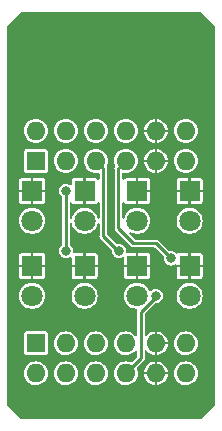
<source format=gbl>
G04 #@! TF.GenerationSoftware,KiCad,Pcbnew,7.0.1*
G04 #@! TF.CreationDate,2023-03-21T03:43:12+09:00*
G04 #@! TF.ProjectId,Pmod_LED,506d6f64-5f4c-4454-942e-6b696361645f,rev?*
G04 #@! TF.SameCoordinates,Original*
G04 #@! TF.FileFunction,Copper,L2,Bot*
G04 #@! TF.FilePolarity,Positive*
%FSLAX46Y46*%
G04 Gerber Fmt 4.6, Leading zero omitted, Abs format (unit mm)*
G04 Created by KiCad (PCBNEW 7.0.1) date 2023-03-21 03:43:12*
%MOMM*%
%LPD*%
G01*
G04 APERTURE LIST*
G04 #@! TA.AperFunction,ComponentPad*
%ADD10C,1.800000*%
G04 #@! TD*
G04 #@! TA.AperFunction,ComponentPad*
%ADD11R,1.800000X1.800000*%
G04 #@! TD*
G04 #@! TA.AperFunction,ComponentPad*
%ADD12R,1.600000X1.600000*%
G04 #@! TD*
G04 #@! TA.AperFunction,ComponentPad*
%ADD13O,1.600000X1.600000*%
G04 #@! TD*
G04 #@! TA.AperFunction,ViaPad*
%ADD14C,0.800000*%
G04 #@! TD*
G04 #@! TA.AperFunction,Conductor*
%ADD15C,0.250000*%
G04 #@! TD*
G04 APERTURE END LIST*
D10*
G04 #@! TO.P,D8,2,A*
G04 #@! TO.N,/PMOD_P10*
X18097500Y-24125000D03*
D11*
G04 #@! TO.P,D8,1,K*
G04 #@! TO.N,GND*
X18097500Y-21585000D03*
G04 #@! TD*
D10*
G04 #@! TO.P,D7,2,A*
G04 #@! TO.N,/PMOD_P9*
X13652500Y-24125000D03*
D11*
G04 #@! TO.P,D7,1,K*
G04 #@! TO.N,GND*
X13652500Y-21585000D03*
G04 #@! TD*
D10*
G04 #@! TO.P,D6,2,A*
G04 #@! TO.N,/PMOD_P8*
X9207500Y-24125000D03*
D11*
G04 #@! TO.P,D6,1,K*
G04 #@! TO.N,GND*
X9207500Y-21585000D03*
G04 #@! TD*
D10*
G04 #@! TO.P,D5,2,A*
G04 #@! TO.N,/PMOD_P7*
X4762500Y-24125000D03*
D11*
G04 #@! TO.P,D5,1,K*
G04 #@! TO.N,GND*
X4762500Y-21585000D03*
G04 #@! TD*
D10*
G04 #@! TO.P,D4,2,A*
G04 #@! TO.N,/PMOD_P4*
X18097500Y-30475000D03*
D11*
G04 #@! TO.P,D4,1,K*
G04 #@! TO.N,GND*
X18097500Y-27935000D03*
G04 #@! TD*
D10*
G04 #@! TO.P,D3,2,A*
G04 #@! TO.N,/PMOD_P3*
X13652500Y-30475000D03*
D11*
G04 #@! TO.P,D3,1,K*
G04 #@! TO.N,GND*
X13652500Y-27935000D03*
G04 #@! TD*
G04 #@! TO.P,D2,1,K*
G04 #@! TO.N,GND*
X9207500Y-27935000D03*
D10*
G04 #@! TO.P,D2,2,A*
G04 #@! TO.N,/PMOD_P2*
X9207500Y-30475000D03*
G04 #@! TD*
G04 #@! TO.P,D1,2,A*
G04 #@! TO.N,/PMOD_P1*
X4762500Y-30475000D03*
D11*
G04 #@! TO.P,D1,1,K*
G04 #@! TO.N,GND*
X4762500Y-27935000D03*
G04 #@! TD*
D12*
G04 #@! TO.P,J1,1,Pin_1*
G04 #@! TO.N,/PMOD_P1*
X5080000Y-34490000D03*
D13*
G04 #@! TO.P,J1,2,Pin_2*
G04 #@! TO.N,/PMOD_P2*
X7620000Y-34490000D03*
G04 #@! TO.P,J1,3,Pin_3*
G04 #@! TO.N,/PMOD_P3*
X10160000Y-34490000D03*
G04 #@! TO.P,J1,4,Pin_4*
G04 #@! TO.N,/PMOD_P4*
X12700000Y-34490000D03*
G04 #@! TO.P,J1,5,Pin_5*
G04 #@! TO.N,GND*
X15240000Y-34490000D03*
G04 #@! TO.P,J1,6,Pin_6*
G04 #@! TO.N,+3V3*
X17780000Y-34490000D03*
G04 #@! TO.P,J1,7,Pin_7*
G04 #@! TO.N,/PMOD_P7*
X5080000Y-37030000D03*
G04 #@! TO.P,J1,8,Pin_8*
G04 #@! TO.N,/PMOD_P8*
X7620000Y-37030000D03*
G04 #@! TO.P,J1,9,Pin_9*
G04 #@! TO.N,/PMOD_P9*
X10160000Y-37030000D03*
G04 #@! TO.P,J1,10,Pin_10*
G04 #@! TO.N,/PMOD_P10*
X12700000Y-37030000D03*
G04 #@! TO.P,J1,11,Pin_11*
G04 #@! TO.N,GND*
X15240000Y-37030000D03*
G04 #@! TO.P,J1,12,Pin_12*
G04 #@! TO.N,+3V3*
X17780000Y-37030000D03*
G04 #@! TD*
D12*
G04 #@! TO.P,J2,1,Pin_1*
G04 #@! TO.N,/PMOD_P1*
X5080000Y-19050000D03*
D13*
G04 #@! TO.P,J2,2,Pin_2*
G04 #@! TO.N,/PMOD_P2*
X7620000Y-19050000D03*
G04 #@! TO.P,J2,3,Pin_3*
G04 #@! TO.N,/PMOD_P3*
X10160000Y-19050000D03*
G04 #@! TO.P,J2,4,Pin_4*
G04 #@! TO.N,/PMOD_P4*
X12700000Y-19050000D03*
G04 #@! TO.P,J2,5,Pin_5*
G04 #@! TO.N,GND*
X15240000Y-19050000D03*
G04 #@! TO.P,J2,6,Pin_6*
G04 #@! TO.N,+3V3*
X17780000Y-19050000D03*
G04 #@! TO.P,J2,7,Pin_7*
G04 #@! TO.N,/PMOD_P7*
X5080000Y-16510000D03*
G04 #@! TO.P,J2,8,Pin_8*
G04 #@! TO.N,/PMOD_P8*
X7620000Y-16510000D03*
G04 #@! TO.P,J2,9,Pin_9*
G04 #@! TO.N,/PMOD_P9*
X10160000Y-16510000D03*
G04 #@! TO.P,J2,10,Pin_10*
G04 #@! TO.N,/PMOD_P10*
X12700000Y-16510000D03*
G04 #@! TO.P,J2,11,Pin_11*
G04 #@! TO.N,GND*
X15240000Y-16510000D03*
G04 #@! TO.P,J2,12,Pin_12*
G04 #@! TO.N,+3V3*
X17780000Y-16510000D03*
G04 #@! TD*
D14*
G04 #@! TO.N,GND*
X16129000Y-29718000D03*
X16891000Y-31496000D03*
X3048000Y-36322000D03*
X19812000Y-34036000D03*
X19685000Y-18161000D03*
X3556000Y-16891000D03*
X16510000Y-20955000D03*
X15748000Y-22479000D03*
X15748000Y-25273000D03*
X12065000Y-31496000D03*
X12065000Y-30480000D03*
X10287000Y-32512000D03*
X7239000Y-31242000D03*
X7239000Y-29845000D03*
X6731000Y-25527000D03*
X6731000Y-22860000D03*
G04 #@! TO.N,/PMOD_P4*
X16510000Y-27305000D03*
G04 #@! TO.N,/PMOD_P3*
X12104500Y-26670000D03*
G04 #@! TO.N,/PMOD_P2*
X7623194Y-21586806D03*
X7620000Y-26670000D03*
G04 #@! TO.N,/PMOD_P10*
X15240000Y-30480000D03*
G04 #@! TD*
D15*
G04 #@! TO.N,/PMOD_P4*
X12065000Y-19685000D02*
X12700000Y-19050000D01*
X15240000Y-26035000D02*
X13335000Y-26035000D01*
X12065000Y-24765000D02*
X12065000Y-19685000D01*
X13335000Y-26035000D02*
X12065000Y-24765000D01*
X16510000Y-27305000D02*
X15240000Y-26035000D01*
G04 #@! TO.N,/PMOD_P3*
X10795000Y-25400000D02*
X10795000Y-19685000D01*
X12065000Y-26670000D02*
X10795000Y-25400000D01*
X12104500Y-26670000D02*
X12065000Y-26670000D01*
X10795000Y-19685000D02*
X10160000Y-19050000D01*
G04 #@! TO.N,/PMOD_P2*
X7620000Y-26670000D02*
X7620000Y-21590000D01*
X7620000Y-21590000D02*
X7623194Y-21586806D01*
G04 #@! TO.N,/PMOD_P10*
X15240000Y-30549201D02*
X15240000Y-30480000D01*
X13970000Y-31819201D02*
X15240000Y-30549201D01*
X13970000Y-35760000D02*
X13970000Y-31819201D01*
X12700000Y-37030000D02*
X13970000Y-35760000D01*
G04 #@! TD*
G04 #@! TA.AperFunction,Conductor*
G04 #@! TO.N,GND*
G36*
X19015605Y-6433036D02*
G01*
X19047723Y-6454496D01*
X20215504Y-7622277D01*
X20236964Y-7654395D01*
X20244500Y-7692281D01*
X20244500Y-39657719D01*
X20236964Y-39695605D01*
X20215504Y-39727723D01*
X19047722Y-40895504D01*
X19015604Y-40916964D01*
X18977718Y-40924500D01*
X3882281Y-40924500D01*
X3844395Y-40916964D01*
X3812277Y-40895504D01*
X2644496Y-39727722D01*
X2623036Y-39695604D01*
X2615500Y-39657718D01*
X2615500Y-37029999D01*
X4074658Y-37029999D01*
X4093975Y-37226130D01*
X4151185Y-37414727D01*
X4244088Y-37588536D01*
X4244090Y-37588538D01*
X4369117Y-37740883D01*
X4498298Y-37846900D01*
X4521463Y-37865911D01*
X4695272Y-37958814D01*
X4789570Y-37987419D01*
X4883868Y-38016024D01*
X5080000Y-38035341D01*
X5276132Y-38016024D01*
X5464727Y-37958814D01*
X5638538Y-37865910D01*
X5790883Y-37740883D01*
X5915910Y-37588538D01*
X6008814Y-37414727D01*
X6066024Y-37226132D01*
X6085341Y-37030000D01*
X6085341Y-37029999D01*
X6614658Y-37029999D01*
X6633975Y-37226130D01*
X6691185Y-37414727D01*
X6784088Y-37588536D01*
X6784090Y-37588538D01*
X6909117Y-37740883D01*
X7038298Y-37846900D01*
X7061463Y-37865911D01*
X7235272Y-37958814D01*
X7329570Y-37987419D01*
X7423868Y-38016024D01*
X7620000Y-38035341D01*
X7816132Y-38016024D01*
X8004727Y-37958814D01*
X8178538Y-37865910D01*
X8330883Y-37740883D01*
X8455910Y-37588538D01*
X8548814Y-37414727D01*
X8606024Y-37226132D01*
X8625341Y-37030000D01*
X8625341Y-37029999D01*
X9154658Y-37029999D01*
X9173975Y-37226130D01*
X9231185Y-37414727D01*
X9324088Y-37588536D01*
X9324090Y-37588538D01*
X9449117Y-37740883D01*
X9578298Y-37846900D01*
X9601463Y-37865911D01*
X9775272Y-37958814D01*
X9869570Y-37987419D01*
X9963868Y-38016024D01*
X10160000Y-38035341D01*
X10356132Y-38016024D01*
X10544727Y-37958814D01*
X10718538Y-37865910D01*
X10870883Y-37740883D01*
X10995910Y-37588538D01*
X11088814Y-37414727D01*
X11146024Y-37226132D01*
X11165341Y-37030000D01*
X11165341Y-37029999D01*
X11694658Y-37029999D01*
X11713975Y-37226130D01*
X11771185Y-37414727D01*
X11864088Y-37588536D01*
X11864090Y-37588538D01*
X11989117Y-37740883D01*
X12118298Y-37846900D01*
X12141463Y-37865911D01*
X12315272Y-37958814D01*
X12409570Y-37987419D01*
X12503868Y-38016024D01*
X12700000Y-38035341D01*
X12896132Y-38016024D01*
X13084727Y-37958814D01*
X13258538Y-37865910D01*
X13410883Y-37740883D01*
X13535910Y-37588538D01*
X13628814Y-37414727D01*
X13686024Y-37226132D01*
X13695492Y-37130000D01*
X14245010Y-37130000D01*
X14254469Y-37226034D01*
X14311649Y-37414536D01*
X14404504Y-37588254D01*
X14529472Y-37740527D01*
X14681745Y-37865495D01*
X14855463Y-37958350D01*
X15043965Y-38015530D01*
X15140000Y-38024990D01*
X15340000Y-38024990D01*
X15436034Y-38015530D01*
X15624536Y-37958350D01*
X15798254Y-37865495D01*
X15950527Y-37740527D01*
X16075495Y-37588254D01*
X16168350Y-37414536D01*
X16225530Y-37226034D01*
X16234990Y-37130000D01*
X15340001Y-37130000D01*
X15340000Y-37130001D01*
X15340000Y-38024990D01*
X15140000Y-38024990D01*
X15140000Y-37130001D01*
X15139999Y-37130000D01*
X14245010Y-37130000D01*
X13695492Y-37130000D01*
X13705341Y-37030000D01*
X16774658Y-37030000D01*
X16793975Y-37226130D01*
X16851185Y-37414727D01*
X16944088Y-37588536D01*
X16944090Y-37588538D01*
X17069117Y-37740883D01*
X17198298Y-37846900D01*
X17221463Y-37865911D01*
X17395272Y-37958814D01*
X17489570Y-37987419D01*
X17583868Y-38016024D01*
X17780000Y-38035341D01*
X17976132Y-38016024D01*
X18164727Y-37958814D01*
X18338538Y-37865910D01*
X18490883Y-37740883D01*
X18615910Y-37588538D01*
X18708814Y-37414727D01*
X18766024Y-37226132D01*
X18785341Y-37030000D01*
X18766024Y-36833868D01*
X18708814Y-36645273D01*
X18708814Y-36645272D01*
X18615911Y-36471463D01*
X18596900Y-36448298D01*
X18490883Y-36319117D01*
X18384864Y-36232109D01*
X18338536Y-36194088D01*
X18164727Y-36101185D01*
X17976130Y-36043975D01*
X17780000Y-36024658D01*
X17583869Y-36043975D01*
X17395272Y-36101185D01*
X17221463Y-36194088D01*
X17069117Y-36319117D01*
X16944088Y-36471463D01*
X16851185Y-36645272D01*
X16793975Y-36833869D01*
X16774658Y-37030000D01*
X13705341Y-37030000D01*
X13695492Y-36930000D01*
X14245009Y-36930000D01*
X15139999Y-36930000D01*
X15140000Y-36929999D01*
X15140000Y-36035009D01*
X15339999Y-36035009D01*
X15340000Y-36035010D01*
X15340000Y-36929999D01*
X15340001Y-36930000D01*
X16234990Y-36930000D01*
X16225530Y-36833965D01*
X16168350Y-36645463D01*
X16075495Y-36471745D01*
X15950527Y-36319472D01*
X15798254Y-36194504D01*
X15624536Y-36101649D01*
X15436034Y-36044469D01*
X15339999Y-36035009D01*
X15140000Y-36035009D01*
X15043965Y-36044469D01*
X14855463Y-36101649D01*
X14681745Y-36194504D01*
X14529472Y-36319472D01*
X14404504Y-36471745D01*
X14311649Y-36645463D01*
X14254469Y-36833965D01*
X14245009Y-36930000D01*
X13695492Y-36930000D01*
X13686034Y-36833965D01*
X13686025Y-36833871D01*
X13682301Y-36821595D01*
X13628814Y-36645273D01*
X13628811Y-36645267D01*
X13626543Y-36637791D01*
X13625247Y-36584997D01*
X13651274Y-36539050D01*
X14187072Y-36003253D01*
X14193430Y-35997429D01*
X14223194Y-35972455D01*
X14242624Y-35938799D01*
X14247252Y-35931532D01*
X14269554Y-35899684D01*
X14269943Y-35898229D01*
X14279837Y-35874345D01*
X14280588Y-35873045D01*
X14287340Y-35834748D01*
X14289197Y-35826371D01*
X14299263Y-35788807D01*
X14295876Y-35750102D01*
X14295500Y-35741475D01*
X14295500Y-35192119D01*
X14313559Y-35135114D01*
X14361148Y-35098906D01*
X14420904Y-35096705D01*
X14471028Y-35129314D01*
X14529470Y-35200525D01*
X14681745Y-35325495D01*
X14855463Y-35418350D01*
X15043965Y-35475530D01*
X15140000Y-35484990D01*
X15340000Y-35484990D01*
X15436034Y-35475530D01*
X15624536Y-35418350D01*
X15798254Y-35325495D01*
X15950527Y-35200527D01*
X16075495Y-35048254D01*
X16168350Y-34874536D01*
X16225530Y-34686034D01*
X16234990Y-34590000D01*
X15340001Y-34590000D01*
X15340000Y-34590001D01*
X15340000Y-35484990D01*
X15140000Y-35484990D01*
X15140000Y-34489999D01*
X16774658Y-34489999D01*
X16793975Y-34686130D01*
X16851185Y-34874727D01*
X16944088Y-35048536D01*
X16944090Y-35048538D01*
X17069117Y-35200883D01*
X17198298Y-35306900D01*
X17221463Y-35325911D01*
X17395272Y-35418814D01*
X17489570Y-35447419D01*
X17583868Y-35476024D01*
X17780000Y-35495341D01*
X17976132Y-35476024D01*
X18164727Y-35418814D01*
X18338538Y-35325910D01*
X18490883Y-35200883D01*
X18615910Y-35048538D01*
X18708814Y-34874727D01*
X18766024Y-34686132D01*
X18785341Y-34490000D01*
X18766024Y-34293868D01*
X18708814Y-34105273D01*
X18708814Y-34105272D01*
X18615911Y-33931463D01*
X18549618Y-33850686D01*
X18490883Y-33779117D01*
X18358233Y-33670253D01*
X18338536Y-33654088D01*
X18164727Y-33561185D01*
X17976130Y-33503975D01*
X17780000Y-33484658D01*
X17583869Y-33503975D01*
X17395272Y-33561185D01*
X17221463Y-33654088D01*
X17069117Y-33779117D01*
X16944088Y-33931463D01*
X16851185Y-34105272D01*
X16793975Y-34293869D01*
X16774658Y-34489999D01*
X15140000Y-34489999D01*
X15140000Y-33495009D01*
X15339999Y-33495009D01*
X15340000Y-33495010D01*
X15340000Y-34389999D01*
X15340001Y-34390000D01*
X16234990Y-34390000D01*
X16225530Y-34293965D01*
X16168350Y-34105463D01*
X16075495Y-33931745D01*
X15950527Y-33779472D01*
X15798254Y-33654504D01*
X15624536Y-33561649D01*
X15436034Y-33504469D01*
X15339999Y-33495009D01*
X15140000Y-33495009D01*
X15043965Y-33504469D01*
X14855463Y-33561649D01*
X14681745Y-33654504D01*
X14529470Y-33779474D01*
X14471028Y-33850686D01*
X14420904Y-33883295D01*
X14361148Y-33881094D01*
X14313559Y-33844886D01*
X14295500Y-33787881D01*
X14295500Y-31995035D01*
X14303036Y-31957149D01*
X14324496Y-31925031D01*
X14711503Y-31538024D01*
X15138185Y-31111341D01*
X15176366Y-31087601D01*
X15221106Y-31083194D01*
X15240000Y-31085682D01*
X15396762Y-31065044D01*
X15542841Y-31004536D01*
X15668282Y-30908282D01*
X15764536Y-30782841D01*
X15825044Y-30636762D01*
X15845682Y-30480000D01*
X15845024Y-30475000D01*
X16992285Y-30475000D01*
X17011103Y-30678082D01*
X17066919Y-30874252D01*
X17157825Y-31056818D01*
X17157826Y-31056819D01*
X17157827Y-31056821D01*
X17280736Y-31219579D01*
X17431459Y-31356981D01*
X17604863Y-31464348D01*
X17754754Y-31522415D01*
X17795046Y-31538025D01*
X17995522Y-31575500D01*
X17995524Y-31575500D01*
X18199476Y-31575500D01*
X18199478Y-31575500D01*
X18399953Y-31538025D01*
X18399956Y-31538024D01*
X18590137Y-31464348D01*
X18763541Y-31356981D01*
X18914264Y-31219579D01*
X19037173Y-31056821D01*
X19128082Y-30874250D01*
X19183897Y-30678083D01*
X19202715Y-30475000D01*
X19183897Y-30271917D01*
X19128082Y-30075750D01*
X19037173Y-29893179D01*
X18914264Y-29730421D01*
X18763541Y-29593019D01*
X18590137Y-29485652D01*
X18549847Y-29470043D01*
X18399953Y-29411974D01*
X18199478Y-29374500D01*
X18199476Y-29374500D01*
X17995524Y-29374500D01*
X17995522Y-29374500D01*
X17795046Y-29411974D01*
X17604860Y-29485653D01*
X17431461Y-29593017D01*
X17280737Y-29730420D01*
X17157825Y-29893181D01*
X17066919Y-30075747D01*
X17011103Y-30271917D01*
X16992285Y-30475000D01*
X15845024Y-30475000D01*
X15825044Y-30323238D01*
X15764536Y-30177159D01*
X15742139Y-30147970D01*
X15668282Y-30051717D01*
X15542841Y-29955464D01*
X15396761Y-29894955D01*
X15240000Y-29874318D01*
X15083238Y-29894955D01*
X14937160Y-29955463D01*
X14805313Y-30056632D01*
X14751647Y-30076869D01*
X14695765Y-30063952D01*
X14656426Y-30022219D01*
X14592173Y-29893179D01*
X14469264Y-29730421D01*
X14318541Y-29593019D01*
X14145137Y-29485652D01*
X14104847Y-29470043D01*
X13954953Y-29411974D01*
X13754478Y-29374500D01*
X13754476Y-29374500D01*
X13550524Y-29374500D01*
X13550522Y-29374500D01*
X13350046Y-29411974D01*
X13159860Y-29485653D01*
X12986461Y-29593017D01*
X12835737Y-29730420D01*
X12712825Y-29893181D01*
X12621919Y-30075747D01*
X12566103Y-30271917D01*
X12547285Y-30475000D01*
X12566103Y-30678082D01*
X12621919Y-30874252D01*
X12712825Y-31056818D01*
X12712826Y-31056819D01*
X12712827Y-31056821D01*
X12835736Y-31219579D01*
X12986459Y-31356981D01*
X13159863Y-31464348D01*
X13309754Y-31522415D01*
X13350046Y-31538025D01*
X13550522Y-31575500D01*
X13550524Y-31575500D01*
X13564466Y-31575500D01*
X13618868Y-31591787D01*
X13655370Y-31635290D01*
X13661962Y-31691694D01*
X13652663Y-31744423D01*
X13650794Y-31752850D01*
X13640735Y-31790392D01*
X13644123Y-31829105D01*
X13644500Y-31837735D01*
X13644500Y-33787093D01*
X13626441Y-33844098D01*
X13578852Y-33880306D01*
X13519096Y-33882507D01*
X13468973Y-33849899D01*
X13410883Y-33779117D01*
X13278233Y-33670253D01*
X13258536Y-33654088D01*
X13084727Y-33561185D01*
X12896130Y-33503975D01*
X12700000Y-33484658D01*
X12503869Y-33503975D01*
X12315272Y-33561185D01*
X12141463Y-33654088D01*
X11989117Y-33779117D01*
X11864088Y-33931463D01*
X11771185Y-34105272D01*
X11713975Y-34293869D01*
X11694658Y-34490000D01*
X11713975Y-34686130D01*
X11771185Y-34874727D01*
X11864088Y-35048536D01*
X11864090Y-35048538D01*
X11989117Y-35200883D01*
X12118298Y-35306900D01*
X12141463Y-35325911D01*
X12315272Y-35418814D01*
X12409570Y-35447419D01*
X12503868Y-35476024D01*
X12700000Y-35495341D01*
X12896132Y-35476024D01*
X13084727Y-35418814D01*
X13258538Y-35325910D01*
X13410883Y-35200883D01*
X13468973Y-35130100D01*
X13519096Y-35097493D01*
X13578852Y-35099694D01*
X13626441Y-35135902D01*
X13644500Y-35192907D01*
X13644500Y-35584165D01*
X13636964Y-35622051D01*
X13615503Y-35654169D01*
X13190949Y-36078722D01*
X13145001Y-36104751D01*
X13092208Y-36103455D01*
X12896130Y-36043975D01*
X12700000Y-36024658D01*
X12503869Y-36043975D01*
X12315272Y-36101185D01*
X12141463Y-36194088D01*
X11989117Y-36319117D01*
X11864088Y-36471463D01*
X11771185Y-36645272D01*
X11713975Y-36833869D01*
X11694658Y-37029999D01*
X11165341Y-37029999D01*
X11146024Y-36833868D01*
X11088814Y-36645273D01*
X11088814Y-36645272D01*
X10995911Y-36471463D01*
X10976900Y-36448298D01*
X10870883Y-36319117D01*
X10764864Y-36232109D01*
X10718536Y-36194088D01*
X10544727Y-36101185D01*
X10356130Y-36043975D01*
X10160000Y-36024658D01*
X9963869Y-36043975D01*
X9775272Y-36101185D01*
X9601463Y-36194088D01*
X9449117Y-36319117D01*
X9324088Y-36471463D01*
X9231185Y-36645272D01*
X9173975Y-36833869D01*
X9154658Y-37029999D01*
X8625341Y-37029999D01*
X8606024Y-36833868D01*
X8548814Y-36645273D01*
X8548814Y-36645272D01*
X8455911Y-36471463D01*
X8436900Y-36448298D01*
X8330883Y-36319117D01*
X8224864Y-36232109D01*
X8178536Y-36194088D01*
X8004727Y-36101185D01*
X7816130Y-36043975D01*
X7620000Y-36024658D01*
X7423869Y-36043975D01*
X7235272Y-36101185D01*
X7061463Y-36194088D01*
X6909117Y-36319117D01*
X6784088Y-36471463D01*
X6691185Y-36645272D01*
X6633975Y-36833869D01*
X6614658Y-37029999D01*
X6085341Y-37029999D01*
X6066024Y-36833868D01*
X6008814Y-36645273D01*
X6008814Y-36645272D01*
X5915911Y-36471463D01*
X5896900Y-36448298D01*
X5790883Y-36319117D01*
X5684864Y-36232109D01*
X5638536Y-36194088D01*
X5464727Y-36101185D01*
X5276130Y-36043975D01*
X5080000Y-36024658D01*
X4883869Y-36043975D01*
X4695272Y-36101185D01*
X4521463Y-36194088D01*
X4369117Y-36319117D01*
X4244088Y-36471463D01*
X4151185Y-36645272D01*
X4093975Y-36833869D01*
X4074658Y-37029999D01*
X2615500Y-37029999D01*
X2615500Y-35309747D01*
X4079500Y-35309747D01*
X4091133Y-35368231D01*
X4135447Y-35434552D01*
X4179762Y-35464162D01*
X4201769Y-35478867D01*
X4260252Y-35490500D01*
X5899747Y-35490500D01*
X5899748Y-35490500D01*
X5958231Y-35478867D01*
X6024552Y-35434552D01*
X6068867Y-35368231D01*
X6080500Y-35309748D01*
X6080500Y-34490000D01*
X6614658Y-34490000D01*
X6633975Y-34686130D01*
X6691185Y-34874727D01*
X6784088Y-35048536D01*
X6784090Y-35048538D01*
X6909117Y-35200883D01*
X7038298Y-35306900D01*
X7061463Y-35325911D01*
X7235272Y-35418814D01*
X7329570Y-35447419D01*
X7423868Y-35476024D01*
X7620000Y-35495341D01*
X7816132Y-35476024D01*
X8004727Y-35418814D01*
X8178538Y-35325910D01*
X8330883Y-35200883D01*
X8455910Y-35048538D01*
X8548814Y-34874727D01*
X8606024Y-34686132D01*
X8625341Y-34490000D01*
X9154658Y-34490000D01*
X9173975Y-34686130D01*
X9231185Y-34874727D01*
X9324088Y-35048536D01*
X9324090Y-35048538D01*
X9449117Y-35200883D01*
X9578298Y-35306900D01*
X9601463Y-35325911D01*
X9775272Y-35418814D01*
X9869570Y-35447419D01*
X9963868Y-35476024D01*
X10160000Y-35495341D01*
X10356132Y-35476024D01*
X10544727Y-35418814D01*
X10718538Y-35325910D01*
X10870883Y-35200883D01*
X10995910Y-35048538D01*
X11088814Y-34874727D01*
X11146024Y-34686132D01*
X11165341Y-34490000D01*
X11146024Y-34293868D01*
X11088814Y-34105273D01*
X11088814Y-34105272D01*
X10995911Y-33931463D01*
X10929618Y-33850686D01*
X10870883Y-33779117D01*
X10738233Y-33670253D01*
X10718536Y-33654088D01*
X10544727Y-33561185D01*
X10356130Y-33503975D01*
X10160000Y-33484658D01*
X9963869Y-33503975D01*
X9775272Y-33561185D01*
X9601463Y-33654088D01*
X9449117Y-33779117D01*
X9324088Y-33931463D01*
X9231185Y-34105272D01*
X9173975Y-34293869D01*
X9154658Y-34490000D01*
X8625341Y-34490000D01*
X8606024Y-34293868D01*
X8548814Y-34105273D01*
X8548814Y-34105272D01*
X8455911Y-33931463D01*
X8389618Y-33850686D01*
X8330883Y-33779117D01*
X8198233Y-33670253D01*
X8178536Y-33654088D01*
X8004727Y-33561185D01*
X7816130Y-33503975D01*
X7620000Y-33484658D01*
X7423869Y-33503975D01*
X7235272Y-33561185D01*
X7061463Y-33654088D01*
X6909117Y-33779117D01*
X6784088Y-33931463D01*
X6691185Y-34105272D01*
X6633975Y-34293869D01*
X6614658Y-34490000D01*
X6080500Y-34490000D01*
X6080500Y-33670252D01*
X6068867Y-33611769D01*
X6054162Y-33589761D01*
X6024552Y-33545447D01*
X5958231Y-33501133D01*
X5899748Y-33489500D01*
X4260252Y-33489500D01*
X4232556Y-33495009D01*
X4201768Y-33501133D01*
X4135447Y-33545447D01*
X4091133Y-33611768D01*
X4091132Y-33611769D01*
X4091133Y-33611769D01*
X4082633Y-33654504D01*
X4079500Y-33670253D01*
X4079500Y-35309747D01*
X2615500Y-35309747D01*
X2615500Y-30475000D01*
X3657285Y-30475000D01*
X3676103Y-30678082D01*
X3731919Y-30874252D01*
X3822825Y-31056818D01*
X3822826Y-31056819D01*
X3822827Y-31056821D01*
X3945736Y-31219579D01*
X4096459Y-31356981D01*
X4269863Y-31464348D01*
X4419754Y-31522415D01*
X4460046Y-31538025D01*
X4660522Y-31575500D01*
X4660524Y-31575500D01*
X4864476Y-31575500D01*
X4864478Y-31575500D01*
X5064953Y-31538025D01*
X5064956Y-31538024D01*
X5255137Y-31464348D01*
X5428541Y-31356981D01*
X5579264Y-31219579D01*
X5702173Y-31056821D01*
X5793082Y-30874250D01*
X5848897Y-30678083D01*
X5867715Y-30475000D01*
X8102285Y-30475000D01*
X8121103Y-30678082D01*
X8176919Y-30874252D01*
X8267825Y-31056818D01*
X8267826Y-31056819D01*
X8267827Y-31056821D01*
X8390736Y-31219579D01*
X8541459Y-31356981D01*
X8714863Y-31464348D01*
X8864754Y-31522415D01*
X8905046Y-31538025D01*
X9105522Y-31575500D01*
X9105524Y-31575500D01*
X9309476Y-31575500D01*
X9309478Y-31575500D01*
X9509953Y-31538025D01*
X9509956Y-31538024D01*
X9700137Y-31464348D01*
X9873541Y-31356981D01*
X10024264Y-31219579D01*
X10147173Y-31056821D01*
X10238082Y-30874250D01*
X10293897Y-30678083D01*
X10312715Y-30475000D01*
X10293897Y-30271917D01*
X10238082Y-30075750D01*
X10147173Y-29893179D01*
X10024264Y-29730421D01*
X9873541Y-29593019D01*
X9700137Y-29485652D01*
X9659847Y-29470043D01*
X9509953Y-29411974D01*
X9309478Y-29374500D01*
X9309476Y-29374500D01*
X9105524Y-29374500D01*
X9105522Y-29374500D01*
X8905046Y-29411974D01*
X8714860Y-29485653D01*
X8541461Y-29593017D01*
X8390737Y-29730420D01*
X8267825Y-29893181D01*
X8176919Y-30075747D01*
X8121103Y-30271917D01*
X8102285Y-30475000D01*
X5867715Y-30475000D01*
X5848897Y-30271917D01*
X5793082Y-30075750D01*
X5702173Y-29893179D01*
X5579264Y-29730421D01*
X5428541Y-29593019D01*
X5255137Y-29485652D01*
X5214847Y-29470043D01*
X5064953Y-29411974D01*
X4864478Y-29374500D01*
X4864476Y-29374500D01*
X4660524Y-29374500D01*
X4660522Y-29374500D01*
X4460046Y-29411974D01*
X4269860Y-29485653D01*
X4096461Y-29593017D01*
X3945737Y-29730420D01*
X3822825Y-29893181D01*
X3731919Y-30075747D01*
X3676103Y-30271917D01*
X3657285Y-30475000D01*
X2615500Y-30475000D01*
X2615500Y-28854697D01*
X3662500Y-28854697D01*
X3674104Y-28913036D01*
X3718307Y-28979192D01*
X3784463Y-29023395D01*
X3842803Y-29035000D01*
X4662499Y-29035000D01*
X4662500Y-29034999D01*
X4862500Y-29034999D01*
X4862501Y-29035000D01*
X5682197Y-29035000D01*
X5740536Y-29023395D01*
X5806692Y-28979192D01*
X5850895Y-28913036D01*
X5862500Y-28854697D01*
X8107500Y-28854697D01*
X8119104Y-28913036D01*
X8163307Y-28979192D01*
X8229463Y-29023395D01*
X8287803Y-29035000D01*
X9107499Y-29035000D01*
X9107500Y-29034999D01*
X9307500Y-29034999D01*
X9307501Y-29035000D01*
X10127197Y-29035000D01*
X10185536Y-29023395D01*
X10251692Y-28979192D01*
X10295895Y-28913036D01*
X10307500Y-28854697D01*
X12552500Y-28854697D01*
X12564104Y-28913036D01*
X12608307Y-28979192D01*
X12674463Y-29023395D01*
X12732803Y-29035000D01*
X13552499Y-29035000D01*
X13552500Y-29034999D01*
X13752500Y-29034999D01*
X13752501Y-29035000D01*
X14572197Y-29035000D01*
X14630536Y-29023395D01*
X14696692Y-28979192D01*
X14740895Y-28913036D01*
X14752500Y-28854697D01*
X16997500Y-28854697D01*
X17009104Y-28913036D01*
X17053307Y-28979192D01*
X17119463Y-29023395D01*
X17177803Y-29035000D01*
X17997499Y-29035000D01*
X17997500Y-29034999D01*
X18197500Y-29034999D01*
X18197501Y-29035000D01*
X19017197Y-29035000D01*
X19075536Y-29023395D01*
X19141692Y-28979192D01*
X19185895Y-28913036D01*
X19197500Y-28854697D01*
X19197500Y-28035001D01*
X19197499Y-28035000D01*
X18197501Y-28035000D01*
X18197500Y-28035001D01*
X18197500Y-29034999D01*
X17997500Y-29034999D01*
X17997500Y-28035001D01*
X17997499Y-28035000D01*
X16997501Y-28035000D01*
X16997500Y-28035001D01*
X16997500Y-28854697D01*
X14752500Y-28854697D01*
X14752500Y-28035001D01*
X14752499Y-28035000D01*
X13752501Y-28035000D01*
X13752500Y-28035001D01*
X13752500Y-29034999D01*
X13552500Y-29034999D01*
X13552500Y-28035001D01*
X13552499Y-28035000D01*
X12552501Y-28035000D01*
X12552500Y-28035001D01*
X12552500Y-28854697D01*
X10307500Y-28854697D01*
X10307500Y-28035001D01*
X10307499Y-28035000D01*
X9307501Y-28035000D01*
X9307500Y-28035001D01*
X9307500Y-29034999D01*
X9107500Y-29034999D01*
X9107500Y-28035001D01*
X9107499Y-28035000D01*
X8107501Y-28035000D01*
X8107500Y-28035001D01*
X8107500Y-28854697D01*
X5862500Y-28854697D01*
X5862500Y-28035001D01*
X5862499Y-28035000D01*
X4862501Y-28035000D01*
X4862500Y-28035001D01*
X4862500Y-29034999D01*
X4662500Y-29034999D01*
X4662500Y-28035001D01*
X4662499Y-28035000D01*
X3662501Y-28035000D01*
X3662500Y-28035001D01*
X3662500Y-28854697D01*
X2615500Y-28854697D01*
X2615500Y-27834999D01*
X3662500Y-27834999D01*
X3662501Y-27835000D01*
X4662499Y-27835000D01*
X4662500Y-27834999D01*
X4862500Y-27834999D01*
X4862501Y-27835000D01*
X5862499Y-27835000D01*
X5862500Y-27834999D01*
X5862500Y-27015303D01*
X5850895Y-26956963D01*
X5806692Y-26890807D01*
X5740536Y-26846604D01*
X5682197Y-26835000D01*
X4862501Y-26835000D01*
X4862500Y-26835001D01*
X4862500Y-27834999D01*
X4662500Y-27834999D01*
X4662500Y-26835001D01*
X4662499Y-26835000D01*
X3842803Y-26835000D01*
X3784463Y-26846604D01*
X3718307Y-26890807D01*
X3674104Y-26956963D01*
X3662500Y-27015303D01*
X3662500Y-27834999D01*
X2615500Y-27834999D01*
X2615500Y-26669999D01*
X7014318Y-26669999D01*
X7034955Y-26826761D01*
X7095464Y-26972841D01*
X7191717Y-27098282D01*
X7248734Y-27142032D01*
X7317159Y-27194536D01*
X7463238Y-27255044D01*
X7620000Y-27275682D01*
X7776762Y-27255044D01*
X7922841Y-27194536D01*
X7948233Y-27175051D01*
X7998796Y-27155071D01*
X8052287Y-27164804D01*
X8092571Y-27201315D01*
X8107500Y-27253594D01*
X8107500Y-27834999D01*
X8107501Y-27835000D01*
X9107499Y-27835000D01*
X9107500Y-27834999D01*
X9307500Y-27834999D01*
X9307501Y-27835000D01*
X10307499Y-27835000D01*
X10307500Y-27834999D01*
X10307500Y-27015303D01*
X10295895Y-26956963D01*
X10251692Y-26890807D01*
X10185536Y-26846604D01*
X10127197Y-26835000D01*
X9307501Y-26835000D01*
X9307500Y-26835001D01*
X9307500Y-27834999D01*
X9107500Y-27834999D01*
X9107500Y-26835001D01*
X9107499Y-26835000D01*
X8316847Y-26835000D01*
X8263654Y-26819496D01*
X8227123Y-26777839D01*
X8218694Y-26723078D01*
X8221822Y-26699318D01*
X8225682Y-26670000D01*
X8205044Y-26513238D01*
X8144536Y-26367159D01*
X8083945Y-26288195D01*
X8048282Y-26241717D01*
X7984233Y-26192571D01*
X7955710Y-26157816D01*
X7945500Y-26114029D01*
X7945500Y-24420608D01*
X7961306Y-24366945D01*
X8003677Y-24330417D01*
X8059083Y-24322688D01*
X8109832Y-24346226D01*
X8139719Y-24393512D01*
X8176918Y-24524250D01*
X8176919Y-24524252D01*
X8267825Y-24706818D01*
X8267826Y-24706819D01*
X8267827Y-24706821D01*
X8390736Y-24869579D01*
X8541459Y-25006981D01*
X8714863Y-25114348D01*
X8800305Y-25147448D01*
X8905046Y-25188025D01*
X9105522Y-25225500D01*
X9105524Y-25225500D01*
X9309476Y-25225500D01*
X9309478Y-25225500D01*
X9509953Y-25188025D01*
X9509956Y-25188024D01*
X9700137Y-25114348D01*
X9873541Y-25006981D01*
X10024264Y-24869579D01*
X10147173Y-24706821D01*
X10238082Y-24524250D01*
X10275280Y-24393512D01*
X10305168Y-24346226D01*
X10355917Y-24322688D01*
X10411323Y-24330417D01*
X10453694Y-24366945D01*
X10469500Y-24420608D01*
X10469500Y-25381466D01*
X10469123Y-25390096D01*
X10465735Y-25428807D01*
X10475795Y-25466350D01*
X10477663Y-25474778D01*
X10484411Y-25513042D01*
X10484412Y-25513045D01*
X10485166Y-25514352D01*
X10495055Y-25538225D01*
X10495446Y-25539685D01*
X10517732Y-25571514D01*
X10522370Y-25578794D01*
X10541803Y-25612452D01*
X10541805Y-25612454D01*
X10541806Y-25612455D01*
X10571583Y-25637441D01*
X10577938Y-25643264D01*
X11476610Y-26541937D01*
X11500352Y-26580117D01*
X11504759Y-26624860D01*
X11498817Y-26669997D01*
X11519455Y-26826761D01*
X11579964Y-26972841D01*
X11676217Y-27098282D01*
X11733234Y-27142032D01*
X11801659Y-27194536D01*
X11947738Y-27255044D01*
X12104500Y-27275682D01*
X12261262Y-27255044D01*
X12407341Y-27194536D01*
X12407341Y-27194535D01*
X12415614Y-27191109D01*
X12463204Y-27184050D01*
X12508501Y-27200257D01*
X12540810Y-27235905D01*
X12552500Y-27282573D01*
X12552500Y-27834999D01*
X12552501Y-27835000D01*
X13552499Y-27835000D01*
X13552500Y-27834999D01*
X13752500Y-27834999D01*
X13752501Y-27835000D01*
X14752499Y-27835000D01*
X14752500Y-27834999D01*
X14752500Y-27015303D01*
X14740895Y-26956963D01*
X14696692Y-26890807D01*
X14630536Y-26846604D01*
X14572197Y-26835000D01*
X13752501Y-26835000D01*
X13752500Y-26835001D01*
X13752500Y-27834999D01*
X13552500Y-27834999D01*
X13552500Y-26835001D01*
X13552499Y-26835000D01*
X12801347Y-26835000D01*
X12748154Y-26819496D01*
X12711623Y-26777839D01*
X12703194Y-26723078D01*
X12706322Y-26699318D01*
X12710182Y-26670000D01*
X12689544Y-26513238D01*
X12629036Y-26367159D01*
X12568445Y-26288195D01*
X12532782Y-26241717D01*
X12407341Y-26145464D01*
X12261261Y-26084955D01*
X12125137Y-26067034D01*
X12104500Y-26064318D01*
X12104499Y-26064318D01*
X11989553Y-26079450D01*
X11944809Y-26075043D01*
X11906628Y-26051301D01*
X11149496Y-25294170D01*
X11128036Y-25262052D01*
X11120500Y-25224166D01*
X11120500Y-19703534D01*
X11120877Y-19694904D01*
X11124264Y-19656193D01*
X11114205Y-19618655D01*
X11112335Y-19610220D01*
X11111543Y-19605732D01*
X11105588Y-19571955D01*
X11104832Y-19570645D01*
X11094943Y-19546768D01*
X11094554Y-19545317D01*
X11094554Y-19545316D01*
X11092659Y-19542610D01*
X11074933Y-19491761D01*
X11086446Y-19439156D01*
X11088814Y-19434727D01*
X11146024Y-19246132D01*
X11146023Y-19246132D01*
X11146025Y-19246129D01*
X11165341Y-19049999D01*
X11694658Y-19049999D01*
X11713974Y-19246128D01*
X11771187Y-19434729D01*
X11773556Y-19439161D01*
X11785066Y-19491762D01*
X11767342Y-19542607D01*
X11765445Y-19545315D01*
X11765053Y-19546780D01*
X11755168Y-19570645D01*
X11754410Y-19571956D01*
X11747662Y-19610223D01*
X11745794Y-19618649D01*
X11735735Y-19656191D01*
X11739123Y-19694904D01*
X11739500Y-19703534D01*
X11739500Y-24746466D01*
X11739123Y-24755096D01*
X11735735Y-24793807D01*
X11745795Y-24831350D01*
X11747663Y-24839778D01*
X11752919Y-24869579D01*
X11754412Y-24878045D01*
X11755166Y-24879352D01*
X11765055Y-24903225D01*
X11765446Y-24904685D01*
X11787732Y-24936514D01*
X11792370Y-24943794D01*
X11811803Y-24977452D01*
X11811805Y-24977454D01*
X11811806Y-24977455D01*
X11841583Y-25002441D01*
X11847938Y-25008264D01*
X13091741Y-26252068D01*
X13097565Y-26258424D01*
X13122545Y-26288194D01*
X13122547Y-26288195D01*
X13156203Y-26307627D01*
X13163473Y-26312257D01*
X13195316Y-26334554D01*
X13196761Y-26334941D01*
X13196768Y-26334943D01*
X13220650Y-26344834D01*
X13221955Y-26345588D01*
X13221956Y-26345588D01*
X13221958Y-26345589D01*
X13247029Y-26350008D01*
X13260228Y-26352336D01*
X13268638Y-26354199D01*
X13306193Y-26364263D01*
X13306193Y-26364262D01*
X13306194Y-26364263D01*
X13328978Y-26362269D01*
X13344897Y-26360876D01*
X13353525Y-26360500D01*
X15064166Y-26360500D01*
X15102052Y-26368036D01*
X15134170Y-26389496D01*
X15886706Y-27142032D01*
X15910448Y-27180213D01*
X15914855Y-27224957D01*
X15904318Y-27304999D01*
X15924955Y-27461761D01*
X15985464Y-27607841D01*
X16081717Y-27733282D01*
X16174645Y-27804587D01*
X16207159Y-27829536D01*
X16353238Y-27890044D01*
X16510000Y-27910682D01*
X16666762Y-27890044D01*
X16812841Y-27829536D01*
X16845355Y-27804586D01*
X16888431Y-27785633D01*
X16935392Y-27788711D01*
X16975626Y-27813125D01*
X16997501Y-27835000D01*
X17997499Y-27835000D01*
X17997500Y-27834999D01*
X18197500Y-27834999D01*
X18197501Y-27835000D01*
X19197499Y-27835000D01*
X19197500Y-27834999D01*
X19197500Y-27015303D01*
X19185895Y-26956963D01*
X19141692Y-26890807D01*
X19075536Y-26846604D01*
X19017197Y-26835000D01*
X18197501Y-26835000D01*
X18197500Y-26835001D01*
X18197500Y-27834999D01*
X17997500Y-27834999D01*
X17997500Y-26835001D01*
X17997499Y-26835000D01*
X17177803Y-26835000D01*
X17119463Y-26846604D01*
X17060624Y-26885919D01*
X17002384Y-26902550D01*
X16945356Y-26882145D01*
X16812842Y-26780464D01*
X16666761Y-26719955D01*
X16530636Y-26702034D01*
X16510000Y-26699318D01*
X16509999Y-26699318D01*
X16429957Y-26709855D01*
X16385213Y-26705448D01*
X16347032Y-26681706D01*
X15483268Y-25817942D01*
X15477434Y-25811574D01*
X15452454Y-25781805D01*
X15418794Y-25762370D01*
X15411514Y-25757732D01*
X15379685Y-25735446D01*
X15378225Y-25735055D01*
X15354352Y-25725166D01*
X15353045Y-25724412D01*
X15353043Y-25724411D01*
X15353042Y-25724411D01*
X15314778Y-25717663D01*
X15306350Y-25715795D01*
X15268807Y-25705735D01*
X15233330Y-25708839D01*
X15230093Y-25709123D01*
X15221466Y-25709500D01*
X13510835Y-25709500D01*
X13472949Y-25701964D01*
X13440832Y-25680504D01*
X13014393Y-25254066D01*
X12987434Y-25204049D01*
X12992416Y-25147448D01*
X13027695Y-25102908D01*
X13081652Y-25085100D01*
X13136512Y-25099890D01*
X13159861Y-25114347D01*
X13159863Y-25114348D01*
X13245305Y-25147448D01*
X13350046Y-25188025D01*
X13550522Y-25225500D01*
X13550524Y-25225500D01*
X13754476Y-25225500D01*
X13754478Y-25225500D01*
X13954953Y-25188025D01*
X13954956Y-25188024D01*
X14145137Y-25114348D01*
X14318541Y-25006981D01*
X14469264Y-24869579D01*
X14592173Y-24706821D01*
X14683082Y-24524250D01*
X14738897Y-24328083D01*
X14757715Y-24125000D01*
X16992285Y-24125000D01*
X17011103Y-24328083D01*
X17029720Y-24393515D01*
X17066919Y-24524252D01*
X17157825Y-24706818D01*
X17157826Y-24706819D01*
X17157827Y-24706821D01*
X17280736Y-24869579D01*
X17431459Y-25006981D01*
X17604863Y-25114348D01*
X17690305Y-25147448D01*
X17795046Y-25188025D01*
X17995522Y-25225500D01*
X17995524Y-25225500D01*
X18199476Y-25225500D01*
X18199478Y-25225500D01*
X18399953Y-25188025D01*
X18399956Y-25188024D01*
X18590137Y-25114348D01*
X18763541Y-25006981D01*
X18914264Y-24869579D01*
X19037173Y-24706821D01*
X19128082Y-24524250D01*
X19183897Y-24328083D01*
X19202715Y-24125000D01*
X19183897Y-23921917D01*
X19128082Y-23725750D01*
X19037173Y-23543179D01*
X18914264Y-23380421D01*
X18763541Y-23243019D01*
X18590137Y-23135652D01*
X18549847Y-23120043D01*
X18399953Y-23061974D01*
X18199478Y-23024500D01*
X18199476Y-23024500D01*
X17995524Y-23024500D01*
X17995522Y-23024500D01*
X17795046Y-23061974D01*
X17604860Y-23135653D01*
X17431461Y-23243017D01*
X17280737Y-23380420D01*
X17157825Y-23543181D01*
X17066919Y-23725747D01*
X17066918Y-23725750D01*
X17011103Y-23921917D01*
X16992285Y-24125000D01*
X14757715Y-24125000D01*
X14738897Y-23921917D01*
X14683082Y-23725750D01*
X14592173Y-23543179D01*
X14469264Y-23380421D01*
X14318541Y-23243019D01*
X14145137Y-23135652D01*
X14104847Y-23120043D01*
X13954953Y-23061974D01*
X13754478Y-23024500D01*
X13754476Y-23024500D01*
X13550524Y-23024500D01*
X13550522Y-23024500D01*
X13350046Y-23061974D01*
X13159860Y-23135653D01*
X12986461Y-23243017D01*
X12835737Y-23380420D01*
X12712825Y-23543181D01*
X12621919Y-23725747D01*
X12621918Y-23725750D01*
X12584719Y-23856487D01*
X12554832Y-23903774D01*
X12504083Y-23927312D01*
X12448677Y-23919583D01*
X12406306Y-23883055D01*
X12390500Y-23829392D01*
X12390500Y-22629579D01*
X12403123Y-22581206D01*
X12437773Y-22545168D01*
X12485613Y-22530655D01*
X12534445Y-22541369D01*
X12571815Y-22574577D01*
X12608307Y-22629191D01*
X12674463Y-22673395D01*
X12732803Y-22685000D01*
X13552499Y-22685000D01*
X13552500Y-22684999D01*
X13752500Y-22684999D01*
X13752501Y-22685000D01*
X14572197Y-22685000D01*
X14630536Y-22673395D01*
X14696692Y-22629192D01*
X14740895Y-22563036D01*
X14752500Y-22504697D01*
X16997500Y-22504697D01*
X17009104Y-22563036D01*
X17053307Y-22629192D01*
X17119463Y-22673395D01*
X17177803Y-22685000D01*
X17997499Y-22685000D01*
X17997500Y-22684999D01*
X18197500Y-22684999D01*
X18197501Y-22685000D01*
X19017197Y-22685000D01*
X19075536Y-22673395D01*
X19141692Y-22629192D01*
X19185895Y-22563036D01*
X19197500Y-22504697D01*
X19197500Y-21685001D01*
X19197499Y-21685000D01*
X18197501Y-21685000D01*
X18197500Y-21685001D01*
X18197500Y-22684999D01*
X17997500Y-22684999D01*
X17997500Y-21685001D01*
X17997499Y-21685000D01*
X16997501Y-21685000D01*
X16997500Y-21685001D01*
X16997500Y-22504697D01*
X14752500Y-22504697D01*
X14752500Y-21685001D01*
X14752499Y-21685000D01*
X13752501Y-21685000D01*
X13752500Y-21685001D01*
X13752500Y-22684999D01*
X13552500Y-22684999D01*
X13552500Y-21484999D01*
X13752500Y-21484999D01*
X13752501Y-21485000D01*
X14752499Y-21485000D01*
X14752500Y-21484999D01*
X16997500Y-21484999D01*
X16997501Y-21485000D01*
X17997499Y-21485000D01*
X17997500Y-21484999D01*
X18197500Y-21484999D01*
X18197501Y-21485000D01*
X19197499Y-21485000D01*
X19197500Y-21484999D01*
X19197500Y-20665303D01*
X19185895Y-20606963D01*
X19141692Y-20540807D01*
X19075536Y-20496604D01*
X19017197Y-20485000D01*
X18197501Y-20485000D01*
X18197500Y-20485001D01*
X18197500Y-21484999D01*
X17997500Y-21484999D01*
X17997500Y-20485001D01*
X17997499Y-20485000D01*
X17177803Y-20485000D01*
X17119463Y-20496604D01*
X17053307Y-20540807D01*
X17009104Y-20606963D01*
X16997500Y-20665303D01*
X16997500Y-21484999D01*
X14752500Y-21484999D01*
X14752500Y-20665303D01*
X14740895Y-20606963D01*
X14696692Y-20540807D01*
X14630536Y-20496604D01*
X14572197Y-20485000D01*
X13752501Y-20485000D01*
X13752500Y-20485001D01*
X13752500Y-21484999D01*
X13552500Y-21484999D01*
X13552500Y-20485001D01*
X13552499Y-20485000D01*
X12732803Y-20485000D01*
X12674463Y-20496604D01*
X12608307Y-20540808D01*
X12571815Y-20595423D01*
X12534445Y-20628631D01*
X12485613Y-20639345D01*
X12437773Y-20624832D01*
X12403123Y-20588794D01*
X12390500Y-20540421D01*
X12390500Y-20134088D01*
X12405429Y-20081809D01*
X12445713Y-20045298D01*
X12499203Y-20035565D01*
X12700000Y-20055341D01*
X12896132Y-20036024D01*
X13084727Y-19978814D01*
X13258538Y-19885910D01*
X13410883Y-19760883D01*
X13535910Y-19608538D01*
X13628814Y-19434727D01*
X13686024Y-19246132D01*
X13695492Y-19150000D01*
X14245010Y-19150000D01*
X14254469Y-19246034D01*
X14311649Y-19434536D01*
X14404504Y-19608254D01*
X14529472Y-19760527D01*
X14681745Y-19885495D01*
X14855463Y-19978350D01*
X15043965Y-20035530D01*
X15140000Y-20044990D01*
X15340000Y-20044990D01*
X15436034Y-20035530D01*
X15624536Y-19978350D01*
X15798254Y-19885495D01*
X15950527Y-19760527D01*
X16075495Y-19608254D01*
X16168350Y-19434536D01*
X16225530Y-19246034D01*
X16234990Y-19150000D01*
X15340001Y-19150000D01*
X15340000Y-19150001D01*
X15340000Y-20044990D01*
X15140000Y-20044990D01*
X15140000Y-19150001D01*
X15139999Y-19150000D01*
X14245010Y-19150000D01*
X13695492Y-19150000D01*
X13705341Y-19050000D01*
X16774658Y-19050000D01*
X16793975Y-19246130D01*
X16851185Y-19434727D01*
X16944088Y-19608536D01*
X16952388Y-19618649D01*
X17069117Y-19760883D01*
X17198298Y-19866900D01*
X17221463Y-19885911D01*
X17395272Y-19978814D01*
X17470500Y-20001634D01*
X17583868Y-20036024D01*
X17780000Y-20055341D01*
X17976132Y-20036024D01*
X18164727Y-19978814D01*
X18338538Y-19885910D01*
X18490883Y-19760883D01*
X18615910Y-19608538D01*
X18708814Y-19434727D01*
X18766024Y-19246132D01*
X18785341Y-19050000D01*
X18766024Y-18853868D01*
X18708814Y-18665273D01*
X18708814Y-18665272D01*
X18615911Y-18491463D01*
X18596900Y-18468298D01*
X18490883Y-18339117D01*
X18358233Y-18230253D01*
X18338536Y-18214088D01*
X18164727Y-18121185D01*
X17976130Y-18063975D01*
X17780000Y-18044658D01*
X17583869Y-18063975D01*
X17395272Y-18121185D01*
X17221463Y-18214088D01*
X17069117Y-18339117D01*
X16944088Y-18491463D01*
X16851185Y-18665272D01*
X16793975Y-18853869D01*
X16774658Y-19050000D01*
X13705341Y-19050000D01*
X13695492Y-18950000D01*
X14245009Y-18950000D01*
X15139999Y-18950000D01*
X15140000Y-18949999D01*
X15140000Y-18055009D01*
X15339999Y-18055009D01*
X15340000Y-18055010D01*
X15340000Y-18949999D01*
X15340001Y-18950000D01*
X16234990Y-18950000D01*
X16225530Y-18853965D01*
X16168350Y-18665463D01*
X16075495Y-18491745D01*
X15950527Y-18339472D01*
X15798254Y-18214504D01*
X15624536Y-18121649D01*
X15436034Y-18064469D01*
X15339999Y-18055009D01*
X15140000Y-18055009D01*
X15043965Y-18064469D01*
X14855463Y-18121649D01*
X14681745Y-18214504D01*
X14529472Y-18339472D01*
X14404504Y-18491745D01*
X14311649Y-18665463D01*
X14254469Y-18853965D01*
X14245009Y-18950000D01*
X13695492Y-18950000D01*
X13686024Y-18853868D01*
X13628814Y-18665273D01*
X13628814Y-18665272D01*
X13535911Y-18491463D01*
X13516900Y-18468298D01*
X13410883Y-18339117D01*
X13278233Y-18230253D01*
X13258536Y-18214088D01*
X13084727Y-18121185D01*
X12896130Y-18063975D01*
X12700000Y-18044658D01*
X12503869Y-18063975D01*
X12315272Y-18121185D01*
X12141463Y-18214088D01*
X11989117Y-18339117D01*
X11864088Y-18491463D01*
X11771185Y-18665272D01*
X11713975Y-18853869D01*
X11694658Y-19049999D01*
X11165341Y-19049999D01*
X11155492Y-18949999D01*
X11146024Y-18853868D01*
X11088814Y-18665273D01*
X11088814Y-18665272D01*
X10995911Y-18491463D01*
X10976900Y-18468298D01*
X10870883Y-18339117D01*
X10738233Y-18230253D01*
X10718536Y-18214088D01*
X10544727Y-18121185D01*
X10356130Y-18063975D01*
X10160000Y-18044658D01*
X9963869Y-18063975D01*
X9775272Y-18121185D01*
X9601463Y-18214088D01*
X9449117Y-18339117D01*
X9324088Y-18491463D01*
X9231185Y-18665272D01*
X9173975Y-18853869D01*
X9154658Y-19050000D01*
X9173975Y-19246130D01*
X9231185Y-19434727D01*
X9324088Y-19608536D01*
X9332388Y-19618649D01*
X9449117Y-19760883D01*
X9578298Y-19866900D01*
X9601463Y-19885911D01*
X9775272Y-19978814D01*
X9850500Y-20001634D01*
X9963868Y-20036024D01*
X10054903Y-20044990D01*
X10159999Y-20055341D01*
X10159999Y-20055340D01*
X10160000Y-20055341D01*
X10195737Y-20051821D01*
X10360797Y-20035565D01*
X10414287Y-20045298D01*
X10454571Y-20081809D01*
X10469500Y-20134088D01*
X10469500Y-20540421D01*
X10456877Y-20588794D01*
X10422227Y-20624832D01*
X10374387Y-20639345D01*
X10325555Y-20628631D01*
X10288185Y-20595423D01*
X10251692Y-20540808D01*
X10185536Y-20496604D01*
X10127197Y-20485000D01*
X9307501Y-20485000D01*
X9307500Y-20485001D01*
X9307500Y-22684999D01*
X9307501Y-22685000D01*
X10127197Y-22685000D01*
X10185536Y-22673395D01*
X10251692Y-22629191D01*
X10288185Y-22574577D01*
X10325555Y-22541369D01*
X10374387Y-22530655D01*
X10422227Y-22545168D01*
X10456877Y-22581206D01*
X10469500Y-22629579D01*
X10469500Y-23829392D01*
X10453694Y-23883055D01*
X10411323Y-23919583D01*
X10355917Y-23927312D01*
X10305168Y-23903774D01*
X10275280Y-23856487D01*
X10238082Y-23725750D01*
X10147173Y-23543179D01*
X10024264Y-23380421D01*
X9873541Y-23243019D01*
X9700137Y-23135652D01*
X9659847Y-23120043D01*
X9509953Y-23061974D01*
X9309478Y-23024500D01*
X9309476Y-23024500D01*
X9105524Y-23024500D01*
X9105522Y-23024500D01*
X8905046Y-23061974D01*
X8714860Y-23135653D01*
X8541461Y-23243017D01*
X8390737Y-23380420D01*
X8267825Y-23543181D01*
X8176919Y-23725747D01*
X8176918Y-23725750D01*
X8139719Y-23856487D01*
X8109832Y-23903774D01*
X8059083Y-23927312D01*
X8003677Y-23919583D01*
X7961306Y-23883055D01*
X7945500Y-23829392D01*
X7945500Y-22629579D01*
X7958123Y-22581206D01*
X7992773Y-22545168D01*
X8040613Y-22530655D01*
X8089445Y-22541369D01*
X8126815Y-22574577D01*
X8163307Y-22629191D01*
X8229463Y-22673395D01*
X8287803Y-22685000D01*
X9107499Y-22685000D01*
X9107500Y-22684999D01*
X9107500Y-20485001D01*
X9107499Y-20485000D01*
X8287803Y-20485000D01*
X8229463Y-20496604D01*
X8163307Y-20540807D01*
X8119104Y-20606963D01*
X8107500Y-20665303D01*
X8107500Y-21000761D01*
X8092571Y-21053040D01*
X8052287Y-21089551D01*
X7998797Y-21099284D01*
X7948233Y-21079303D01*
X7926035Y-21062270D01*
X7779955Y-21001761D01*
X7623194Y-20981124D01*
X7466432Y-21001761D01*
X7320352Y-21062270D01*
X7194911Y-21158523D01*
X7098658Y-21283964D01*
X7038149Y-21430044D01*
X7017512Y-21586806D01*
X7038149Y-21743567D01*
X7098658Y-21889647D01*
X7194911Y-22015088D01*
X7255767Y-22061784D01*
X7284290Y-22096539D01*
X7294500Y-22140326D01*
X7294500Y-26114029D01*
X7284290Y-26157816D01*
X7255767Y-26192571D01*
X7191717Y-26241717D01*
X7095464Y-26367158D01*
X7034955Y-26513238D01*
X7014318Y-26669999D01*
X2615500Y-26669999D01*
X2615500Y-24125000D01*
X3657285Y-24125000D01*
X3676103Y-24328083D01*
X3694720Y-24393515D01*
X3731919Y-24524252D01*
X3822825Y-24706818D01*
X3822826Y-24706819D01*
X3822827Y-24706821D01*
X3945736Y-24869579D01*
X4096459Y-25006981D01*
X4269863Y-25114348D01*
X4355305Y-25147448D01*
X4460046Y-25188025D01*
X4660522Y-25225500D01*
X4660524Y-25225500D01*
X4864476Y-25225500D01*
X4864478Y-25225500D01*
X5064953Y-25188025D01*
X5064956Y-25188024D01*
X5255137Y-25114348D01*
X5428541Y-25006981D01*
X5579264Y-24869579D01*
X5702173Y-24706821D01*
X5793082Y-24524250D01*
X5848897Y-24328083D01*
X5867715Y-24125000D01*
X5848897Y-23921917D01*
X5793082Y-23725750D01*
X5702173Y-23543179D01*
X5579264Y-23380421D01*
X5428541Y-23243019D01*
X5255137Y-23135652D01*
X5214847Y-23120043D01*
X5064953Y-23061974D01*
X4864478Y-23024500D01*
X4864476Y-23024500D01*
X4660524Y-23024500D01*
X4660522Y-23024500D01*
X4460046Y-23061974D01*
X4269860Y-23135653D01*
X4096461Y-23243017D01*
X3945737Y-23380420D01*
X3822825Y-23543181D01*
X3731919Y-23725747D01*
X3731918Y-23725750D01*
X3676103Y-23921917D01*
X3657285Y-24125000D01*
X2615500Y-24125000D01*
X2615500Y-22504697D01*
X3662500Y-22504697D01*
X3674104Y-22563036D01*
X3718307Y-22629192D01*
X3784463Y-22673395D01*
X3842803Y-22685000D01*
X4662499Y-22685000D01*
X4662500Y-22684999D01*
X4862500Y-22684999D01*
X4862501Y-22685000D01*
X5682197Y-22685000D01*
X5740536Y-22673395D01*
X5806692Y-22629192D01*
X5850895Y-22563036D01*
X5862500Y-22504697D01*
X5862500Y-21685001D01*
X5862499Y-21685000D01*
X4862501Y-21685000D01*
X4862500Y-21685001D01*
X4862500Y-22684999D01*
X4662500Y-22684999D01*
X4662500Y-21685001D01*
X4662499Y-21685000D01*
X3662501Y-21685000D01*
X3662500Y-21685001D01*
X3662500Y-22504697D01*
X2615500Y-22504697D01*
X2615500Y-21484999D01*
X3662500Y-21484999D01*
X3662501Y-21485000D01*
X4662499Y-21485000D01*
X4662500Y-21484999D01*
X4862500Y-21484999D01*
X4862501Y-21485000D01*
X5862499Y-21485000D01*
X5862500Y-21484999D01*
X5862500Y-20665303D01*
X5850895Y-20606963D01*
X5806692Y-20540807D01*
X5740536Y-20496604D01*
X5682197Y-20485000D01*
X4862501Y-20485000D01*
X4862500Y-20485001D01*
X4862500Y-21484999D01*
X4662500Y-21484999D01*
X4662500Y-20485001D01*
X4662499Y-20485000D01*
X3842803Y-20485000D01*
X3784463Y-20496604D01*
X3718307Y-20540807D01*
X3674104Y-20606963D01*
X3662500Y-20665303D01*
X3662500Y-21484999D01*
X2615500Y-21484999D01*
X2615500Y-19869747D01*
X4079500Y-19869747D01*
X4091133Y-19928231D01*
X4135447Y-19994552D01*
X4179762Y-20024162D01*
X4201769Y-20038867D01*
X4260252Y-20050500D01*
X5899747Y-20050500D01*
X5899748Y-20050500D01*
X5958231Y-20038867D01*
X6024552Y-19994552D01*
X6068867Y-19928231D01*
X6080500Y-19869748D01*
X6080500Y-19050000D01*
X6614658Y-19050000D01*
X6633975Y-19246130D01*
X6691185Y-19434727D01*
X6784088Y-19608536D01*
X6792388Y-19618649D01*
X6909117Y-19760883D01*
X7038298Y-19866900D01*
X7061463Y-19885911D01*
X7235272Y-19978814D01*
X7310500Y-20001634D01*
X7423868Y-20036024D01*
X7620000Y-20055341D01*
X7816132Y-20036024D01*
X8004727Y-19978814D01*
X8178538Y-19885910D01*
X8330883Y-19760883D01*
X8455910Y-19608538D01*
X8548814Y-19434727D01*
X8606024Y-19246132D01*
X8625341Y-19050000D01*
X8606024Y-18853868D01*
X8548814Y-18665273D01*
X8548814Y-18665272D01*
X8455911Y-18491463D01*
X8436900Y-18468298D01*
X8330883Y-18339117D01*
X8198233Y-18230253D01*
X8178536Y-18214088D01*
X8004727Y-18121185D01*
X7816130Y-18063975D01*
X7620000Y-18044658D01*
X7423869Y-18063975D01*
X7235272Y-18121185D01*
X7061463Y-18214088D01*
X6909117Y-18339117D01*
X6784088Y-18491463D01*
X6691185Y-18665272D01*
X6633975Y-18853869D01*
X6614658Y-19050000D01*
X6080500Y-19050000D01*
X6080500Y-18230252D01*
X6068867Y-18171769D01*
X6054162Y-18149761D01*
X6024552Y-18105447D01*
X5958231Y-18061133D01*
X5899748Y-18049500D01*
X4260252Y-18049500D01*
X4232556Y-18055009D01*
X4201768Y-18061133D01*
X4135447Y-18105447D01*
X4091133Y-18171768D01*
X4091132Y-18171769D01*
X4091133Y-18171769D01*
X4082633Y-18214504D01*
X4079500Y-18230253D01*
X4079500Y-19869747D01*
X2615500Y-19869747D01*
X2615500Y-16510000D01*
X4074658Y-16510000D01*
X4093975Y-16706130D01*
X4151185Y-16894727D01*
X4244088Y-17068536D01*
X4244090Y-17068538D01*
X4369117Y-17220883D01*
X4498298Y-17326900D01*
X4521463Y-17345911D01*
X4695272Y-17438814D01*
X4789570Y-17467418D01*
X4883868Y-17496024D01*
X5080000Y-17515341D01*
X5276132Y-17496024D01*
X5464727Y-17438814D01*
X5638538Y-17345910D01*
X5790883Y-17220883D01*
X5915910Y-17068538D01*
X6008814Y-16894727D01*
X6066024Y-16706132D01*
X6085341Y-16510000D01*
X6614658Y-16510000D01*
X6633975Y-16706130D01*
X6691185Y-16894727D01*
X6784088Y-17068536D01*
X6784090Y-17068538D01*
X6909117Y-17220883D01*
X7038298Y-17326900D01*
X7061463Y-17345911D01*
X7235272Y-17438814D01*
X7329570Y-17467418D01*
X7423868Y-17496024D01*
X7620000Y-17515341D01*
X7816132Y-17496024D01*
X8004727Y-17438814D01*
X8178538Y-17345910D01*
X8330883Y-17220883D01*
X8455910Y-17068538D01*
X8548814Y-16894727D01*
X8606024Y-16706132D01*
X8625341Y-16510000D01*
X9154658Y-16510000D01*
X9173975Y-16706130D01*
X9231185Y-16894727D01*
X9324088Y-17068536D01*
X9324090Y-17068538D01*
X9449117Y-17220883D01*
X9578298Y-17326900D01*
X9601463Y-17345911D01*
X9775272Y-17438814D01*
X9869570Y-17467418D01*
X9963868Y-17496024D01*
X10160000Y-17515341D01*
X10356132Y-17496024D01*
X10544727Y-17438814D01*
X10718538Y-17345910D01*
X10870883Y-17220883D01*
X10995910Y-17068538D01*
X11088814Y-16894727D01*
X11146024Y-16706132D01*
X11165341Y-16510000D01*
X11694658Y-16510000D01*
X11713975Y-16706130D01*
X11771185Y-16894727D01*
X11864088Y-17068536D01*
X11864090Y-17068538D01*
X11989117Y-17220883D01*
X12118298Y-17326900D01*
X12141463Y-17345911D01*
X12315272Y-17438814D01*
X12409570Y-17467418D01*
X12503868Y-17496024D01*
X12700000Y-17515341D01*
X12896132Y-17496024D01*
X13084727Y-17438814D01*
X13258538Y-17345910D01*
X13410883Y-17220883D01*
X13535910Y-17068538D01*
X13628814Y-16894727D01*
X13686024Y-16706132D01*
X13695492Y-16610000D01*
X14245010Y-16610000D01*
X14254469Y-16706034D01*
X14311649Y-16894536D01*
X14404504Y-17068254D01*
X14529472Y-17220527D01*
X14681745Y-17345495D01*
X14855463Y-17438350D01*
X15043965Y-17495530D01*
X15140000Y-17504990D01*
X15340000Y-17504990D01*
X15436034Y-17495530D01*
X15624536Y-17438350D01*
X15798254Y-17345495D01*
X15950527Y-17220527D01*
X16075495Y-17068254D01*
X16168350Y-16894536D01*
X16225530Y-16706034D01*
X16234990Y-16610000D01*
X15340001Y-16610000D01*
X15340000Y-16610001D01*
X15340000Y-17504990D01*
X15140000Y-17504990D01*
X15140000Y-16610001D01*
X15139999Y-16610000D01*
X14245010Y-16610000D01*
X13695492Y-16610000D01*
X13705341Y-16510000D01*
X13705341Y-16509999D01*
X16774658Y-16509999D01*
X16793975Y-16706130D01*
X16851185Y-16894727D01*
X16944088Y-17068536D01*
X16944090Y-17068538D01*
X17069117Y-17220883D01*
X17198298Y-17326900D01*
X17221463Y-17345911D01*
X17395272Y-17438814D01*
X17489570Y-17467418D01*
X17583868Y-17496024D01*
X17780000Y-17515341D01*
X17976132Y-17496024D01*
X18164727Y-17438814D01*
X18338538Y-17345910D01*
X18490883Y-17220883D01*
X18615910Y-17068538D01*
X18708814Y-16894727D01*
X18766024Y-16706132D01*
X18785341Y-16510000D01*
X18766024Y-16313868D01*
X18708814Y-16125273D01*
X18708814Y-16125272D01*
X18615911Y-15951463D01*
X18596900Y-15928298D01*
X18490883Y-15799117D01*
X18384864Y-15712109D01*
X18338536Y-15674088D01*
X18164727Y-15581185D01*
X17976130Y-15523975D01*
X17780000Y-15504658D01*
X17583869Y-15523975D01*
X17395272Y-15581185D01*
X17221463Y-15674088D01*
X17069117Y-15799117D01*
X16944088Y-15951463D01*
X16851185Y-16125272D01*
X16793975Y-16313869D01*
X16774658Y-16509999D01*
X13705341Y-16509999D01*
X13695492Y-16410000D01*
X14245009Y-16410000D01*
X15139999Y-16410000D01*
X15140000Y-16409999D01*
X15140000Y-15515010D01*
X15340000Y-15515010D01*
X15340000Y-16409999D01*
X15340001Y-16410000D01*
X16234990Y-16410000D01*
X16225530Y-16313965D01*
X16168350Y-16125463D01*
X16075495Y-15951745D01*
X15950527Y-15799472D01*
X15798254Y-15674504D01*
X15624536Y-15581649D01*
X15436034Y-15524469D01*
X15340000Y-15515010D01*
X15140000Y-15515010D01*
X15140000Y-15515009D01*
X15043965Y-15524469D01*
X14855463Y-15581649D01*
X14681745Y-15674504D01*
X14529472Y-15799472D01*
X14404504Y-15951745D01*
X14311649Y-16125463D01*
X14254469Y-16313965D01*
X14245009Y-16410000D01*
X13695492Y-16410000D01*
X13686024Y-16313868D01*
X13628814Y-16125273D01*
X13628814Y-16125272D01*
X13535911Y-15951463D01*
X13516900Y-15928298D01*
X13410883Y-15799117D01*
X13304864Y-15712109D01*
X13258536Y-15674088D01*
X13084727Y-15581185D01*
X12896130Y-15523975D01*
X12700000Y-15504658D01*
X12503869Y-15523975D01*
X12315272Y-15581185D01*
X12141463Y-15674088D01*
X11989117Y-15799117D01*
X11864088Y-15951463D01*
X11771185Y-16125272D01*
X11713975Y-16313869D01*
X11694658Y-16510000D01*
X11165341Y-16510000D01*
X11146024Y-16313868D01*
X11088814Y-16125273D01*
X11088814Y-16125272D01*
X10995911Y-15951463D01*
X10976900Y-15928298D01*
X10870883Y-15799117D01*
X10764864Y-15712109D01*
X10718536Y-15674088D01*
X10544727Y-15581185D01*
X10356130Y-15523975D01*
X10160000Y-15504658D01*
X9963869Y-15523975D01*
X9775272Y-15581185D01*
X9601463Y-15674088D01*
X9449117Y-15799117D01*
X9324088Y-15951463D01*
X9231185Y-16125272D01*
X9173975Y-16313869D01*
X9154658Y-16510000D01*
X8625341Y-16510000D01*
X8606024Y-16313868D01*
X8548814Y-16125273D01*
X8548814Y-16125272D01*
X8455911Y-15951463D01*
X8436900Y-15928298D01*
X8330883Y-15799117D01*
X8224864Y-15712109D01*
X8178536Y-15674088D01*
X8004727Y-15581185D01*
X7816130Y-15523975D01*
X7620000Y-15504658D01*
X7423869Y-15523975D01*
X7235272Y-15581185D01*
X7061463Y-15674088D01*
X6909117Y-15799117D01*
X6784088Y-15951463D01*
X6691185Y-16125272D01*
X6633975Y-16313869D01*
X6614658Y-16510000D01*
X6085341Y-16510000D01*
X6066024Y-16313868D01*
X6008814Y-16125273D01*
X6008814Y-16125272D01*
X5915911Y-15951463D01*
X5896900Y-15928298D01*
X5790883Y-15799117D01*
X5684864Y-15712109D01*
X5638536Y-15674088D01*
X5464727Y-15581185D01*
X5276130Y-15523975D01*
X5080000Y-15504658D01*
X4883869Y-15523975D01*
X4695272Y-15581185D01*
X4521463Y-15674088D01*
X4369117Y-15799117D01*
X4244088Y-15951463D01*
X4151185Y-16125272D01*
X4093975Y-16313869D01*
X4074658Y-16510000D01*
X2615500Y-16510000D01*
X2615500Y-7692281D01*
X2623036Y-7654395D01*
X2644496Y-7622277D01*
X3812277Y-6454496D01*
X3844395Y-6433036D01*
X3882281Y-6425500D01*
X18977719Y-6425500D01*
X19015605Y-6433036D01*
G37*
G04 #@! TD.AperFunction*
G04 #@! TD*
M02*

</source>
